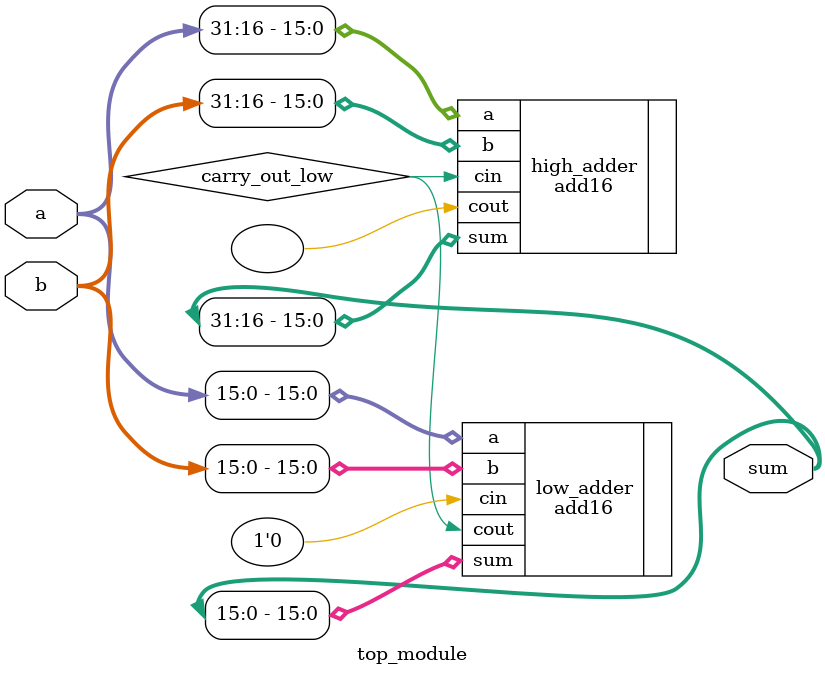
<source format=v>
module top_module (
    input [31:0] a,
    input [31:0] b,
    output [31:0] sum
);
    // Internal wire for carry between the two add16 modules
    wire carry_out_low;

    // Instantiate the first add16 for the lower 16 bits
    add16 low_adder (
        .a(a[15:0]),
        .b(b[15:0]),
        .cin(1'b0), // No carry-in for the overall 32-bit adder
        .sum(sum[15:0]),
        .cout(carry_out_low)
    );

    // Instantiate the second add16 for the upper 16 bits
    add16 high_adder (
        .a(a[31:16]),
        .b(b[31:16]),
        .cin(carry_out_low), // Carry-in from the lower 16-bit adder
        .sum(sum[31:16]),
        .cout() // cout is not used for the overall 32-bit adder
    );
endmodule

</source>
